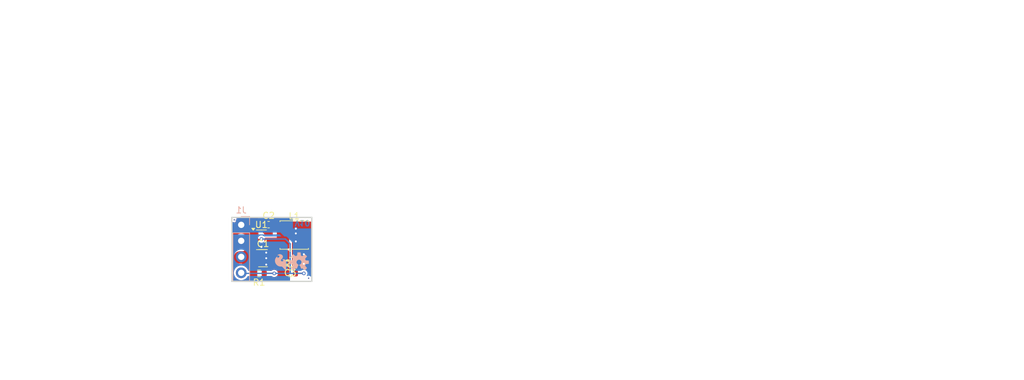
<source format=kicad_pcb>
(kicad_pcb (version 20240108) (generator "pcbnew") (generator_version "8.0")
  (layers (0 "F.Cu" signal) (31 "B.Cu" signal) (34 "B.Paste" user) (35 "F.Paste" user) (36 "B.SilkS" user "B.Silkscreen") (37 "F.SilkS" user "F.Silkscreen") (38 "B.Mask" user) (39 "F.Mask" user) (44 "Edge.Cuts" user))
  (net 0 "")
  (net 1 "GND")
  (net 2 "VIN")
  (net 3 "3.3V")
  (net 4 "Net-(U1-SW)")
  (net 5 "Net-(U1-BST)")
  (net 6 "/EN")
  (footprint "Capacitor_SMD:C_0603_1608Metric" (layer "F.Cu") (at 151.4221 107.2896 180)
    (property "Reference" "C3" (at 0 -1.43 180) (layer "F.SilkS"))
    (property "Value" "22UF-0603-6.3V-20%")
    (fp_line (start -0.14058 0.51) (end 0.14058 0.51) (stroke (width 0.12)) (layer "F.SilkS"))
    (fp_line (start -0.14058 -0.51) (end 0.14058 -0.51) (stroke (width 0.12)) (layer "F.SilkS"))
    (pad "1" smd roundrect (at -0.775 0 180) (size 0.9 0.95) (layers "F.Cu" "F.Paste" "F.Mask") (net 3 "3.3V"))
    (pad "2" smd roundrect (at 0.775 0 180) (size 0.9 0.95) (layers "F.Cu" "F.Paste" "F.Mask") (net 1 "GND"))
  )
  (footprint "SparkFun BabyBuck Regulator - AP63203:FIDUCIAL-0.2MM" (layer "F.Cu") (at 154.3431 109.5756)
    (property "Reference" "FD1" (hide yes))
    (property "Value" "FIDUCIAL0.2MM" (hide yes))
    (pad "1" smd roundrect (at 0 0) (size 0.2 0.2) (layers "F.Cu") (roundrect_rratio 0.5))
  )
  (footprint "Capacitor_SMD:C_1210_3225Metric" (layer "F.Cu") (at 147.1041 106.4006)
    (property "Reference" "C1" (at 0 -2.3 0) (layer "F.SilkS"))
    (property "Value" "10UF-1210-50V-20%")
    (fp_line (start -0.711252 -1.36) (end 0.711252 -1.36) (stroke (width 0.12)) (layer "F.SilkS"))
    (fp_line (start -0.711252 1.36) (end 0.711252 1.36) (stroke (width 0.12)) (layer "F.SilkS"))
    (pad "1" smd roundrect (at -1.475 0) (size 1.15 2.7) (layers "F.Cu" "F.Paste" "F.Mask") (roundrect_rratio 0.217391) (net 2 "VIN"))
    (pad "2" smd roundrect (at 1.475 0) (size 1.15 2.7) (layers "F.Cu" "F.Paste" "F.Mask") (roundrect_rratio 0.217391) (net 1 "GND"))
  )
  (footprint "SparkFun BabyBuck Regulator - AP63203:CREATIVE_COMMONS" (layer "F.Cu") (at 125.6411 125.3236)
    (property "Reference" "FRAME1" (hide yes))
    (property "Value" "FRAME-LETTER" (hide yes))
  )
  (footprint "Capacitor_SMD:C_0603_1608Metric" (layer "F.Cu") (at 147.9931 101.0666)
    (property "Reference" "C2" (at 0 -1.43 0) (layer "F.SilkS"))
    (property "Value" "0.1UF-0603-25V-5%")
    (fp_line (start -0.14058 -0.51) (end 0.14058 -0.51) (stroke (width 0.12)) (layer "F.SilkS"))
    (fp_line (start -0.14058 0.51) (end 0.14058 0.51) (stroke (width 0.12)) (layer "F.SilkS"))
    (pad "1" smd roundrect (at -0.775 0) (size 0.9 0.95) (layers "F.Cu" "F.Paste" "F.Mask") (net 5 "Net-(U1-BST)"))
    (pad "2" smd roundrect (at 0.775 0) (size 0.9 0.95) (layers "F.Cu" "F.Paste" "F.Mask") (net 4 "Net-(U1-SW)"))
  )
  (footprint "Resistor_SMD:R_0603_1608Metric" (layer "F.Cu") (at 146.4691 108.8136 180)
    (property "Reference" "R1" (at 0 -1.43 180) (layer "F.SilkS"))
    (property "Value" "100KOHM-0603-1/10W-1%")
    (fp_line (start -0.237258 0.5225) (end 0.237258 0.5225) (stroke (width 0.12)) (layer "F.SilkS"))
    (fp_line (start -0.237258 -0.5225) (end 0.237258 -0.5225) (stroke (width 0.12)) (layer "F.SilkS"))
    (pad "1" smd roundrect (at -0.825 0 180) (size 0.8 0.95) (layers "F.Cu" "F.Paste" "F.Mask") (net 6 "/EN"))
    (pad "2" smd roundrect (at 0.825 0 180) (size 0.8 0.95) (layers "F.Cu" "F.Paste" "F.Mask") (net 2 "VIN"))
  )
  (footprint "Package_TO_SOT_SMD:TSOT-23-6" (layer "F.Cu") (at 146.8501 103.4796)
    (property "Reference" "U1" (at 0 -2.4 0) (layer "F.SilkS"))
    (property "Value" "AP63203")
    (fp_line (start 0 -1.56) (end -0.8 -1.56) (stroke (width 0.12)) (layer "F.SilkS"))
    (fp_line (start 0 -1.56) (end 0.8 -1.56) (stroke (width 0.12)) (layer "F.SilkS"))
    (fp_line (start 0 1.56) (end -0.8 1.56) (stroke (width 0.12)) (layer "F.SilkS"))
    (fp_line (start 0 1.56) (end 0.8 1.56) (stroke (width 0.12)) (layer "F.SilkS"))
    (fp_poly (pts (xy -1.3 -1.51) (xy -1.54 -1.84) (xy -1.06 -1.84) (xy -1.3 -1.51)) (stroke (width 0.12)) (fill solid) (layer "F.SilkS"))
    (pad "1" smd roundrect (at -1.1375 -0.95) (size 1.325 0.6) (layers "F.Cu" "F.Paste" "F.Mask") (net 3 "3.3V"))
    (pad "2" smd roundrect (at -1.1375 0) (size 1.325 0.6) (layers "F.Cu" "F.Paste" "F.Mask") (net 6 "/EN"))
    (pad "3" smd roundrect (at -1.1375 0.95) (size 1.325 0.6) (layers "F.Cu" "F.Paste" "F.Mask") (net 2 "VIN"))
    (pad "4" smd roundrect (at 1.1375 0.95) (size 1.325 0.6) (layers "F.Cu" "F.Paste" "F.Mask") (net 1 "GND"))
    (pad "5" smd roundrect (at 1.1375 0) (size 1.325 0.6) (layers "F.Cu" "F.Paste" "F.Mask") (net 4 "Net-(U1-SW)"))
    (pad "6" smd roundrect (at 1.1375 -0.95) (size 1.325 0.6) (layers "F.Cu" "F.Paste" "F.Mask") (net 5 "Net-(U1-BST)"))
  )
  (footprint "Resistor_SMD:R_0603_1608Metric" (layer "F.Cu") (at 151.4221 108.8136)
    (property "Reference" "R2" (at 0 -1.43 0) (layer "F.SilkS"))
    (property "Value" "100KOHM-0603-1/10W-1%")
    (fp_line (start -0.237258 -0.5225) (end 0.237258 -0.5225) (stroke (width 0.12)) (layer "F.SilkS"))
    (fp_line (start -0.237258 0.5225) (end 0.237258 0.5225) (stroke (width 0.12)) (layer "F.SilkS"))
    (pad "1" smd roundrect (at -0.825 0) (size 0.8 0.95) (layers "F.Cu" "F.Paste" "F.Mask") (net 1 "GND"))
    (pad "2" smd roundrect (at 0.825 0) (size 0.8 0.95) (layers "F.Cu" "F.Paste" "F.Mask") (net 6 "/EN"))
  )
  (footprint "SparkFun BabyBuck Regulator - AP63203:ORDERING_INSTRUCTIONS" (layer "F.Cu") (at 166.2811 65.6336)
    (property "Reference" "LOGO3" (hide yes))
    (property "Value" "SPECIAL_INSTRUCTIONS-ORDERING" (hide yes))
  )
  (footprint "SparkFun BabyBuck Regulator - AP63203:FIDUCIAL-0.2MM" (layer "F.Cu") (at 142.5321 100.3046)
    (property "Reference" "FD3" (hide yes))
    (property "Value" "FIDUCIAL0.2MM" (hide yes))
    (pad "1" smd roundrect (at 0 0) (size 0.2 0.2) (layers "F.Cu") (roundrect_rratio 0.5))
  )
  (footprint "Capacitor_SMD:C_0603_1608Metric" (layer "F.Cu") (at 151.4221 105.7656 180)
    (property "Reference" "C4" (at 0 -1.43 180) (layer "F.SilkS"))
    (property "Value" "22UF-0603-6.3V-20%")
    (fp_line (start -0.14058 0.51) (end 0.14058 0.51) (stroke (width 0.12)) (layer "F.SilkS"))
    (fp_line (start -0.14058 -0.51) (end 0.14058 -0.51) (stroke (width 0.12)) (layer "F.SilkS"))
    (pad "1" smd roundrect (at -0.775 0 180) (size 0.9 0.95) (layers "F.Cu" "F.Paste" "F.Mask") (net 3 "3.3V"))
    (pad "2" smd roundrect (at 0.775 0 180) (size 0.9 0.95) (layers "F.Cu" "F.Paste" "F.Mask") (net 1 "GND"))
  )
  (footprint "Inductor_SMD:L_Sunlord_SWPA4030S" (layer "F.Cu") (at 152.0571 102.7176)
    (property "Reference" "L1" (at 0 -3 0) (layer "F.SilkS"))
    (property "Value" "4.7μH_SHIELDED_INDUCTORNPIS_LS")
    (fp_line (start -2.26 -2.26) (end -2.26 -2.11) (stroke (width 0.12)) (layer "F.SilkS"))
    (fp_line (start -2.26 -2.26) (end 2.26 -2.26) (stroke (width 0.12)) (layer "F.SilkS"))
    (fp_line (start -2.26 2.26) (end -2.26 2.11) (stroke (width 0.12)) (layer "F.SilkS"))
    (fp_line (start -2.26 2.26) (end 2.26 2.26) (stroke (width 0.12)) (layer "F.SilkS"))
    (fp_line (start 2.26 -2.26) (end 2.26 -2.11) (stroke (width 0.12)) (layer "F.SilkS"))
    (fp_line (start 2.26 2.26) (end 2.26 2.11) (stroke (width 0.12)) (layer "F.SilkS"))
    (pad "1" smd rect (at -1.5 0) (size 1.1 3.7) (layers "F.Cu" "F.Paste" "F.Mask") (net 4 "Net-(U1-SW)"))
    (pad "2" smd rect (at 1.5 0) (size 1.1 3.7) (layers "F.Cu" "F.Paste" "F.Mask") (net 3 "3.3V"))
  )
  (footprint "SparkFun BabyBuck Regulator - AP63203:SFE_LOGO_FLAME_.1" (layer "B.Cu") (at 149.8981 107.0356 180)
    (property "Reference" "LOGO1" (hide yes))
    (property "Value" "SFE_LOGO_FLAME.1_INCH" (hide yes))
    (fp_poly (pts (xy 0.269844 1.255175) (xy 0.417112 1.181541) (xy 0.462026 1.147855) (xy 0.538982 1.0709) (xy 0.428006 1.0709) (xy 0.408005 1.0809) (xy 0.361689 1.0809) (xy 0.325361 1.071818) (xy 0.279477 1.062641) (xy 0.24711 1.046457) (xy 0.21508 1.022435) (xy 0.200019 0.999843) (xy 0.192288 0.984381) (xy 0.1851 0.962817) (xy 0.1851 0.913689) (xy 0.192361 0.884643) (xy 0.226607 0.833275) (xy 0.282028 0.777854) (xy 0.319016 0.750113) (xy 0.346157 0.732019) (xy 0.380301 0.714947) (xy 0.451689 0.6971) (xy 0.470817 0.6971) (xy 0.486418 0.7023) (xy 0.505687 0.721569) (xy 0.511712 0.733619) (xy 0.5189 0.755183) (xy 0.5189 0.907742) (xy 0.661838 0.818406) (xy 0.747505 0.722031) (xy 0.821662 0.605498) (xy 0.873968 0.448579) (xy 0.905309 0.281428) (xy 0.894811 0.102974) (xy 0.842628 -0.095322) (xy 0.738878 -0.282072) (xy 0.665618 -0.376263) (xy 0.583044 -0.458838) (xy 0.499524 -0.531917) (xy 0.393984 -0.595241) (xy 0.289127 -0.637184) (xy 0.175165 -0.668265) (xy 0.050153 -0.6891) (xy -0.139844 -0.6891) (xy -0.189603 -0.697393) (xy -0.279373 -0.751255) (xy -0.375026 -0.846908) (xy -0.495025 -0.986906) (xy -0.61484 -1.106722) (xy -0.664837 -1.166719) (xy -0.712744 -1.214626) (xy -0.742743 -1.264624) (xy -0.8611 -1.382982) (xy -0.8611 0.081372) (xy -0.850441 0.166641) (xy -0.828254 0.244296) (xy -0.762148 0.354474) (xy -0.706336 0.399123) (xy -0.661829 0.432503) (xy -0.603902 0.455674) (xy -0.54987 0.466481) (xy -0.486153 0.4771) (xy -0.354006 0.4771) (xy -0.258681 0.429438) (xy -0.310431 0.377687) (xy -0.358383 0.353711) (xy -0.382418 0.345699) (xy -0.429699 0.298418) (xy -0.4349 0.282817) (xy -0.4349 0.255183) (xy -0.428468 0.235888) (xy -0.413393 0.213275) (xy -0.361588 0.16147) (xy -0.322097 0.145673) (xy -0.279228 0.1371) (xy -0.207689 0.1371) (xy -0.138643 0.154361) (xy -0.089056 0.187419) (xy -0.056996 0.227494) (xy -0.0411 0.275183) (xy -0.0411 0.332091) (xy -0.065776 0.397894) (xy -0.130732 0.462851) (xy -0.211575 0.553799) (xy -0.284339 0.636958) (xy -0.338992 0.735334) (xy -0.3611 0.834818) (xy -0.3611 0.925183) (xy -0.327711 1.025349) (xy -0.271726 1.114925) (xy -0.173954 1.19097) (xy -0.055855 1.255387) (xy 0.063565 1.2771) (xy 0.171182 1.2771)) (fill solid) (layer "B.SilkS"))
  )
  (footprint "Connector_PinHeader_2.54mm:PinHeader_1x04_P2.54mm_Vertical" (layer "B.Cu") (at 143.637 101.102 180)
    (property "Reference" "J1" (at 0 2.33 180) (layer "B.SilkS") (effects (justify mirror)))
    (property "Value" "CONN_041X04_NO_SILK")
    (fp_line (start 1.33 -1.27) (end -1.33 -1.27) (stroke (width 0.12)) (layer "B.SilkS"))
    (fp_line (start 1.33 -8.95) (end 1.33 -1.27) (stroke (width 0.12)) (layer "B.SilkS"))
    (fp_line (start 1.33 -8.95) (end -1.33 -8.95) (stroke (width 0.12)) (layer "B.SilkS"))
    (fp_line (start 0 1.33) (end -1.33 1.33) (stroke (width 0.12)) (layer "B.SilkS"))
    (fp_line (start -1.33 1.33) (end -1.33 0) (stroke (width 0.12)) (layer "B.SilkS"))
    (fp_line (start -1.33 -8.95) (end -1.33 -1.27) (stroke (width 0.12)) (layer "B.SilkS"))
    (pad "1" thru_hole rect (at 0 0 180) (size 1.7 1.7) (drill 1) (layers "*.Cu" "*.Mask") (net 3 "3.3V"))
    (pad "2" thru_hole oval (at 0 -2.54 180) (size 1.7 1.7) (drill 1) (layers "*.Cu" "*.Mask") (net 1 "GND"))
    (pad "3" thru_hole oval (at 0 -5.08 180) (size 1.7 1.7) (drill 1) (layers "*.Cu" "*.Mask") (net 2 "VIN"))
    (pad "4" thru_hole oval (at 0 -7.62 180) (size 1.7 1.7) (drill 1) (layers "*.Cu" "*.Mask") (net 6 "/EN"))
  )
  (footprint "SparkFun BabyBuck Regulator - AP63203:FIDUCIAL-0.2MM" (layer "B.Cu") (at 154.3431 109.5756 180)
    (property "Reference" "FD2" (hide yes))
    (property "Value" "FIDUCIAL0.2MM" (hide yes))
    (pad "1" smd roundrect (at 0 0 180) (size 0.2 0.2) (layers "B.Cu") (roundrect_rratio 0.5))
  )
  (footprint "SparkFun BabyBuck Regulator - AP63203:FIDUCIAL-0.2MM" (layer "B.Cu") (at 142.5321 100.3046 180)
    (property "Reference" "FD4" (hide yes))
    (property "Value" "FIDUCIAL0.2MM" (hide yes))
    (pad "1" smd roundrect (at 0 0 180) (size 0.2 0.2) (layers "B.Cu") (roundrect_rratio 0.5))
  )
  (footprint "SparkFun BabyBuck Regulator - AP63203:OSHW-LOGO-S" (layer "B.Cu") (at 152.8191 107.0356 180)
    (property "Reference" "LOGO2" (hide yes))
    (property "Value" "OSHW-LOGOS" (hide yes))
    (fp_poly (pts (xy 0.301646 1.06135) (xy 0.42347 1.022344) (xy 0.537176 0.963768) (xy 0.92862 1.282946) (xy 1.282946 0.92862) (xy 0.961034 0.533823) (xy 1.057045 0.302084) (xy 1.5638 0.250561) (xy 1.5638 -0.250561) (xy 1.057045 -0.302084) (xy 0.961034 -0.533823) (xy 1.282946 -0.92862) (xy 0.92862 -1.282946) (xy 0.537177 -0.963769) (xy 0.356601 -1.056794) (xy 0.088679 -0.410073) (xy 0.326262 -0.217599) (xy 0.373649 -0.121467) (xy 0.392728 -0.010339) (xy 0.379464 0.101633) (xy 0.334947 0.205228) (xy 0.262841 0.291917) (xy 0.169087 0.35456) (xy 0.061406 0.387998) (xy -0.051341 0.38948) (xy -0.159867 0.358881) (xy -0.255233 0.298724) (xy -0.329589 0.213961) (xy -0.376813 0.111569) (xy -0.392175 0.005766) (xy -0.322922 -0.222564) (xy -0.249312 -0.303772) (xy 0.091677 -0.5081) (xy -0.12929 -0.5081) (xy -0.355332 -1.053732) (xy -0.506597 -0.983577) (xy -0.538921 -0.965192) (xy -0.92862 -1.282946) (xy -1.282946 -0.92862) (xy -0.961034 -0.533823) (xy -1.057045 -0.302084) (xy -1.5638 -0.250561) (xy -1.5638 0.250561) (xy -1.057045 0.302084) (xy -0.961034 0.533823) (xy -1.282946 0.92862) (xy -0.92862 1.282946) (xy -0.533823 0.961034) (xy -0.302084 1.057045) (xy -0.250561 1.5638) (xy 0.250561 1.5638)) (fill solid) (layer "B.SilkS"))
  )
  (gr_line (start 154.8511 110.0836) (end 154.8511 99.9236) (stroke (width 0.2032)) (layer "Edge.Cuts"))
  (gr_line (start 142.1511 99.9236) (end 142.1511 110.0836) (stroke (width 0.2032)) (layer "Edge.Cuts"))
  (gr_line (start 142.1511 110.0836) (end 154.8511 110.0836) (stroke (width 0.2032)) (layer "Edge.Cuts"))
  (gr_line (start 154.8511 99.9236) (end 142.1511 99.9236) (stroke (width 0.2032)) (layer "Edge.Cuts"))
  (gr_text "V10" (at 152.0571 100.3046 -180) (layer "B.Cu") (effects (font (size 0.8636 0.8636) (thickness 0.1524)) (justify left bottom mirror)))
  (via (at 147.6121 107.4166) (size 0.5588) (drill 0.3048) (layers "F.Cu" "B.Cu") (net 1))
  (via (at 147.6121 106.4006) (size 0.5588) (drill 0.3048) (layers "F.Cu" "B.Cu") (net 1))
  (via (at 147.6121 105.5116) (size 0.5588) (drill 0.3048) (layers "F.Cu" "B.Cu") (net 1))
  (via (at 146.8501 104.6226) (size 0.5588) (drill 0.3048) (layers "F.Cu" "B.Cu") (net 1))
  (segment (start 153.5303 102.4636) (end 153.5303 102.7176) (width 0.508) (layer "F.Cu") (net 3))
  (segment (start 152.3111 102.4636) (end 153.5303 102.4636) (width 0.508) (layer "F.Cu") (net 3))
  (via (at 153.5811 107.2896) (size 0.5588) (drill 0.3048) (layers "F.Cu" "B.Cu") (net 3))
  (via (at 152.3111 101.7016) (size 0.5588) (drill 0.3048) (layers "F.Cu" "B.Cu") (net 3))
  (via (at 152.3111 102.4636) (size 0.5588) (drill 0.3048) (layers "F.Cu" "B.Cu") (net 3))
  (via (at 153.5811 105.7656) (size 0.5588) (drill 0.3048) (layers "F.Cu" "B.Cu") (net 3))
  (via (at 152.3111 103.7336) (size 0.5588) (drill 0.3048) (layers "F.Cu" "B.Cu") (net 3))
  (segment (start 147.1431 101.0666) (end 147.1431 102.2486) (width 0.2032) (layer "F.Cu") (net 5))
  (segment (start 147.4241 102.5296) (end 147.1431 102.2486) (width 0.2032) (layer "F.Cu") (net 5))
  (segment (start 148.2252 102.5296) (end 147.4241 102.5296) (width 0.2032) (layer "F.Cu") (net 5))
  (segment (start 147.3191 108.8136) (end 148.8821 108.8136) (width 0.2032) (layer "F.Cu") (net 6))
  (segment (start 146.8501 103.3526) (end 146.7231 103.4796) (width 0.2032) (layer "F.Cu") (net 6))
  (segment (start 146.7231 103.4796) (end 145.475 103.4796) (width 0.2032) (layer "F.Cu") (net 6))
  (segment (start 152.2721 108.8136) (end 153.5811 108.8136) (width 0.2032) (layer "F.Cu") (net 6))
  (via (at 153.5811 108.8136) (size 0.5588) (drill 0.3048) (layers "F.Cu" "B.Cu") (net 6))
  (via (at 148.8821 108.8136) (size 0.5588) (drill 0.3048) (layers "F.Cu" "B.Cu") (net 6))
  (via (at 146.8501 103.3526) (size 0.5588) (drill 0.3048) (layers "F.Cu" "B.Cu") (net 6))
  (segment (start 146.8501 103.3526) (end 150.6601 103.3526) (width 0.2032) (layer "B.Cu") (net 6))
  (segment (start 151.4221 104.1146) (end 151.4221 108.8136) (width 0.2032) (layer "B.Cu") (net 6))
  (segment (start 153.5811 108.8136) (end 151.4221 108.8136) (width 0.2032) (layer "B.Cu") (net 6))
  (segment (start 150.6601 103.3526) (end 151.4221 104.1146) (width 0.2032) (layer "B.Cu") (net 6))
  (segment (start 151.4221 108.8136) (end 148.8821 108.8136) (width 0.2032) (layer "B.Cu") (net 6))
  (segment (start 148.8821 108.8136) (end 143.4211 108.8136) (width 0.2032) (layer "B.Cu") (net 6))
  (zone (net 4) (net_name "Net-(U1-SW)") (layer "F.Cu") (priority 6) (connect_pads yes (clearance 0.3048)) (min_thickness 0.1016) (fill yes (thermal_gap 0.5) (thermal_bridge_width 0.5))
    (polygon (pts (xy 151.2697 104.8512) (xy 149.6695 104.8512) (xy 149.6695 103.8352) (xy 147.3835 103.8352) (xy 147.3835 103.124) (xy 149.2885 103.124) (xy 149.2885 101.6762) (xy 148.1455 101.6762) (xy 148.1455 100.457) (xy 151.2697 100.457)))
  )
  (zone (net 3) (net_name "3.3V") (layer "F.Cu") (priority 6) (connect_pads yes (clearance 0.3048)) (min_thickness 0.1016) (fill yes (thermal_gap 0.5) (thermal_bridge_width 0.5))
    (polygon (pts (xy 146.3167 102.9462) (xy 142.0495 102.9462) (xy 142.0495 99.822) (xy 146.3167 99.822)))
  )
  (zone (net 3) (net_name "3.3V") (layer "F.Cu") (priority 6) (connect_pads yes (clearance 0.3048)) (min_thickness 0.1016) (fill yes (thermal_gap 0.5) (thermal_bridge_width 0.5))
    (polygon (pts (xy 154.9527 107.8992) (xy 151.7015 107.8992) (xy 151.7015 100.584) (xy 154.9527 100.584)))
  )
  (zone (net 1) (net_name "GND") (layer "F.Cu") (priority 4) (connect_pads yes (clearance 0.3048)) (min_thickness 0.1016) (fill yes (thermal_gap 0.5) (thermal_bridge_width 0.5))
    (polygon (pts (xy 151.2697 109.5502) (xy 148.1455 109.5502) (xy 148.1455 107.8992) (xy 146.3675 107.8992) (xy 146.3675 104.013) (xy 151.2697 104.013)))
  )
  (zone (net 2) (net_name "VIN") (layer "F.Cu") (priority 6) (connect_pads yes (clearance 0.3048)) (min_thickness 0.1016) (fill yes (thermal_gap 0.5) (thermal_bridge_width 0.5))
    (polygon (pts (xy 146.1897 109.4232) (xy 144.9705 109.4232) (xy 144.9705 108.474684) (xy 143.760016 107.2642) (xy 143.393615 107.2642) (xy 143.183595 107.240536) (xy 142.978686 107.168836) (xy 142.794871 107.053337) (xy 142.641363 106.899829) (xy 142.522771 106.71109) (xy 142.4305 106.306827) (xy 142.4305 106.289672) (xy 142.455256 106.06996) (xy 142.530177 105.855844) (xy 142.650866 105.66377) (xy 142.81127 105.503366) (xy 143.008268 105.379584) (xy 143.43143 105.283) (xy 144.014016 105.283) (xy 144.7165 104.580516) (xy 144.7165 104.14) (xy 146.1897 104.14)))
  )
  (zone (net 3) (net_name "3.3V") (layer "B.Cu") (priority 6) (connect_pads yes (clearance 0.3048)) (min_thickness 0.1016) (fill yes (thermal_gap 0.5) (thermal_bridge_width 0.5))
    (polygon (pts (xy 154.9527 110.1852) (xy 151.7015 110.1852) (xy 151.7015 104.156684) (xy 149.856016 102.3112) (xy 142.0495 102.3112) (xy 142.0495 99.822) (xy 154.9527 99.822)))
  )
  (zone (net 1) (net_name "GND") (layer "B.Cu") (priority 4) (connect_pads yes (clearance 0.3048)) (min_thickness 0.1016) (fill yes (thermal_gap 0.5) (thermal_bridge_width 0.5))
    (polygon (pts (xy 154.9527 110.1852) (xy 142.0495 110.1852) (xy 142.0495 99.822) (xy 154.9527 99.822)))
  )
)
</source>
